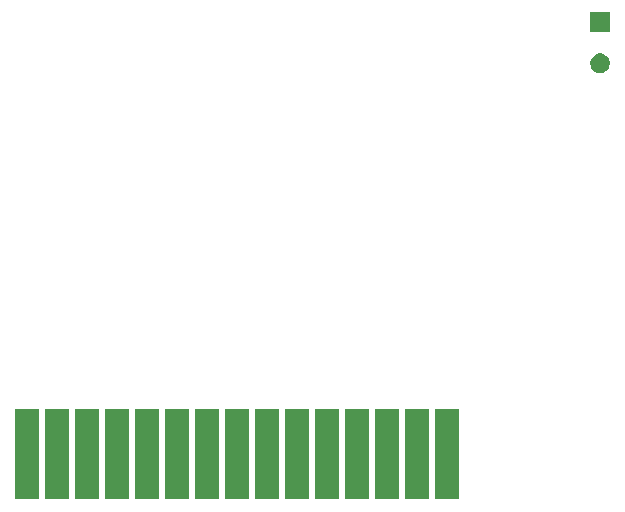
<source format=gbr>
G04 #@! TF.FileFunction,Soldermask,Bot*
%FSLAX46Y46*%
G04 Gerber Fmt 4.6, Leading zero omitted, Abs format (unit mm)*
G04 Created by KiCad (PCBNEW 4.0.7) date Tuesday, March 06, 2018 'PMt' 03:27:42 PM*
%MOMM*%
%LPD*%
G01*
G04 APERTURE LIST*
%ADD10C,0.100000*%
G04 APERTURE END LIST*
D10*
G36*
X79717900Y-138455400D02*
X77762100Y-138455400D01*
X77762100Y-130784600D01*
X79717900Y-130784600D01*
X79717900Y-138455400D01*
X79717900Y-138455400D01*
G37*
G36*
X77177900Y-138455400D02*
X75222100Y-138455400D01*
X75222100Y-130784600D01*
X77177900Y-130784600D01*
X77177900Y-138455400D01*
X77177900Y-138455400D01*
G37*
G36*
X74637900Y-138455400D02*
X72682100Y-138455400D01*
X72682100Y-130784600D01*
X74637900Y-130784600D01*
X74637900Y-138455400D01*
X74637900Y-138455400D01*
G37*
G36*
X72097900Y-138455400D02*
X70142100Y-138455400D01*
X70142100Y-130784600D01*
X72097900Y-130784600D01*
X72097900Y-138455400D01*
X72097900Y-138455400D01*
G37*
G36*
X69557900Y-138455400D02*
X67602100Y-138455400D01*
X67602100Y-130784600D01*
X69557900Y-130784600D01*
X69557900Y-138455400D01*
X69557900Y-138455400D01*
G37*
G36*
X67017900Y-138455400D02*
X65062100Y-138455400D01*
X65062100Y-130784600D01*
X67017900Y-130784600D01*
X67017900Y-138455400D01*
X67017900Y-138455400D01*
G37*
G36*
X64477900Y-138455400D02*
X62522100Y-138455400D01*
X62522100Y-130784600D01*
X64477900Y-130784600D01*
X64477900Y-138455400D01*
X64477900Y-138455400D01*
G37*
G36*
X61937900Y-138455400D02*
X59982100Y-138455400D01*
X59982100Y-130784600D01*
X61937900Y-130784600D01*
X61937900Y-138455400D01*
X61937900Y-138455400D01*
G37*
G36*
X59397900Y-138455400D02*
X57442100Y-138455400D01*
X57442100Y-130784600D01*
X59397900Y-130784600D01*
X59397900Y-138455400D01*
X59397900Y-138455400D01*
G37*
G36*
X56857900Y-138455400D02*
X54902100Y-138455400D01*
X54902100Y-130784600D01*
X56857900Y-130784600D01*
X56857900Y-138455400D01*
X56857900Y-138455400D01*
G37*
G36*
X84797900Y-138455400D02*
X82842100Y-138455400D01*
X82842100Y-130784600D01*
X84797900Y-130784600D01*
X84797900Y-138455400D01*
X84797900Y-138455400D01*
G37*
G36*
X92417900Y-138455400D02*
X90462100Y-138455400D01*
X90462100Y-130784600D01*
X92417900Y-130784600D01*
X92417900Y-138455400D01*
X92417900Y-138455400D01*
G37*
G36*
X89877900Y-138455400D02*
X87922100Y-138455400D01*
X87922100Y-130784600D01*
X89877900Y-130784600D01*
X89877900Y-138455400D01*
X89877900Y-138455400D01*
G37*
G36*
X87337900Y-138455400D02*
X85382100Y-138455400D01*
X85382100Y-130784600D01*
X87337900Y-130784600D01*
X87337900Y-138455400D01*
X87337900Y-138455400D01*
G37*
G36*
X82257900Y-138455400D02*
X80302100Y-138455400D01*
X80302100Y-130784600D01*
X82257900Y-130784600D01*
X82257900Y-138455400D01*
X82257900Y-138455400D01*
G37*
G36*
X104480699Y-100719147D02*
X104639255Y-100751695D01*
X104788484Y-100814424D01*
X104922679Y-100904940D01*
X105036737Y-101019797D01*
X105126312Y-101154620D01*
X105187998Y-101304280D01*
X105219368Y-101462711D01*
X105219368Y-101462721D01*
X105219436Y-101463065D01*
X105216854Y-101647951D01*
X105216777Y-101648289D01*
X105216777Y-101648297D01*
X105180993Y-101805801D01*
X105115157Y-101953672D01*
X105021849Y-102085944D01*
X104904627Y-102197573D01*
X104767956Y-102284307D01*
X104617039Y-102342844D01*
X104457633Y-102370952D01*
X104295796Y-102367562D01*
X104137701Y-102332802D01*
X103989369Y-102267998D01*
X103856456Y-102175621D01*
X103744007Y-102059176D01*
X103656322Y-101923115D01*
X103596732Y-101772608D01*
X103567513Y-101613404D01*
X103569772Y-101451549D01*
X103603428Y-101293214D01*
X103667194Y-101144436D01*
X103758646Y-101010874D01*
X103874296Y-100897621D01*
X104009745Y-100808986D01*
X104159828Y-100748348D01*
X104318827Y-100718018D01*
X104480699Y-100719147D01*
X104480699Y-100719147D01*
G37*
G36*
X105219400Y-98869400D02*
X103568600Y-98869400D01*
X103568600Y-97218600D01*
X105219400Y-97218600D01*
X105219400Y-98869400D01*
X105219400Y-98869400D01*
G37*
M02*

</source>
